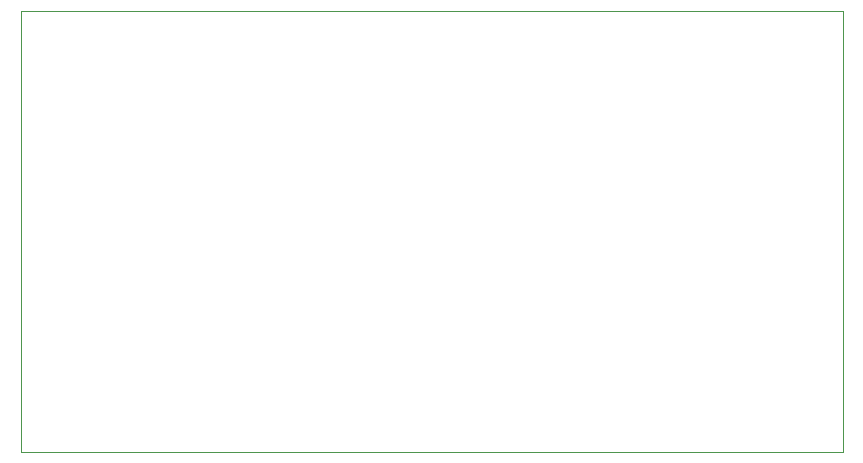
<source format=gbr>
%TF.GenerationSoftware,KiCad,Pcbnew,5.1.6+dfsg1-1~bpo10+1*%
%TF.CreationDate,2021-04-22T00:57:50+03:00*%
%TF.ProjectId,controller,636f6e74-726f-46c6-9c65-722e6b696361,rev?*%
%TF.SameCoordinates,PX3cfccb0PYa197300*%
%TF.FileFunction,Profile,NP*%
%FSLAX46Y46*%
G04 Gerber Fmt 4.6, Leading zero omitted, Abs format (unit mm)*
G04 Created by KiCad (PCBNEW 5.1.6+dfsg1-1~bpo10+1) date 2021-04-22 00:57:50*
%MOMM*%
%LPD*%
G01*
G04 APERTURE LIST*
%TA.AperFunction,Profile*%
%ADD10C,0.050000*%
%TD*%
G04 APERTURE END LIST*
D10*
X60000Y37360000D02*
X60000Y60000D01*
X69630000Y37360000D02*
X60000Y37360000D01*
X69630000Y60000D02*
X69630000Y37360000D01*
X60000Y60000D02*
X69630000Y60000D01*
M02*

</source>
